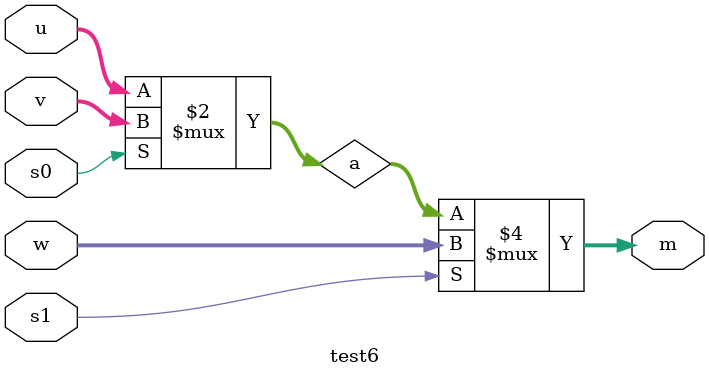
<source format=v>
module test6 (s1,s0,u,v,w,m);

input s1,s0;


input [2:0]  u;

input [2:0]  v;

input [2:0]  w;

output [2:0]  m;



wire [2:0] a;



assign a = (s0 == 0) ? u : v;

assign m = (s1 == 0) ? a : w;



endmodule
</source>
